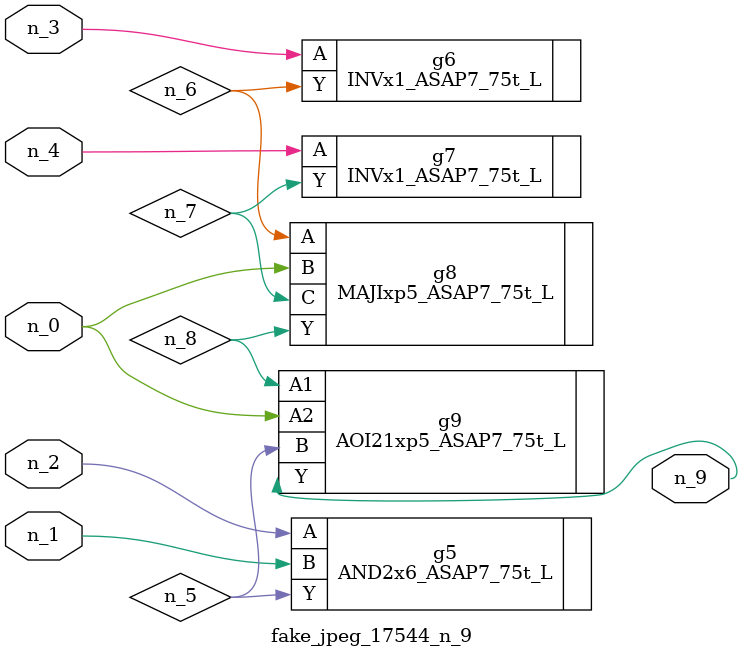
<source format=v>
module fake_jpeg_17544_n_9 (n_3, n_2, n_1, n_0, n_4, n_9);

input n_3;
input n_2;
input n_1;
input n_0;
input n_4;

output n_9;

wire n_8;
wire n_6;
wire n_5;
wire n_7;

AND2x6_ASAP7_75t_L g5 ( 
.A(n_2),
.B(n_1),
.Y(n_5)
);

INVx1_ASAP7_75t_L g6 ( 
.A(n_3),
.Y(n_6)
);

INVx1_ASAP7_75t_L g7 ( 
.A(n_4),
.Y(n_7)
);

MAJIxp5_ASAP7_75t_L g8 ( 
.A(n_6),
.B(n_0),
.C(n_7),
.Y(n_8)
);

AOI21xp5_ASAP7_75t_L g9 ( 
.A1(n_8),
.A2(n_0),
.B(n_5),
.Y(n_9)
);


endmodule
</source>
